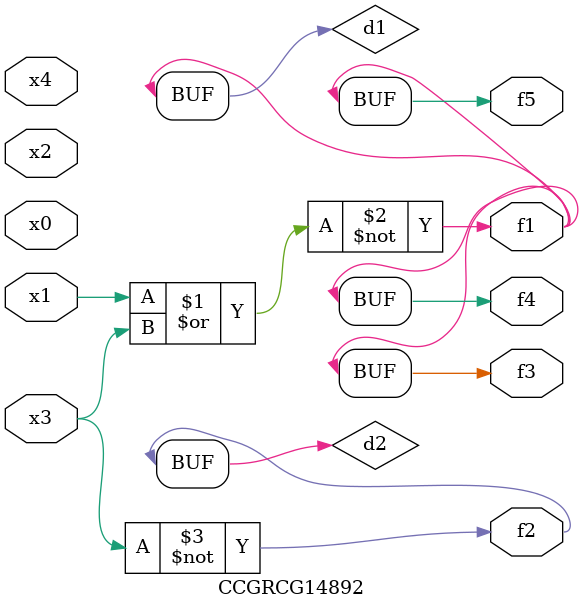
<source format=v>
module CCGRCG14892(
	input x0, x1, x2, x3, x4,
	output f1, f2, f3, f4, f5
);

	wire d1, d2;

	nor (d1, x1, x3);
	not (d2, x3);
	assign f1 = d1;
	assign f2 = d2;
	assign f3 = d1;
	assign f4 = d1;
	assign f5 = d1;
endmodule

</source>
